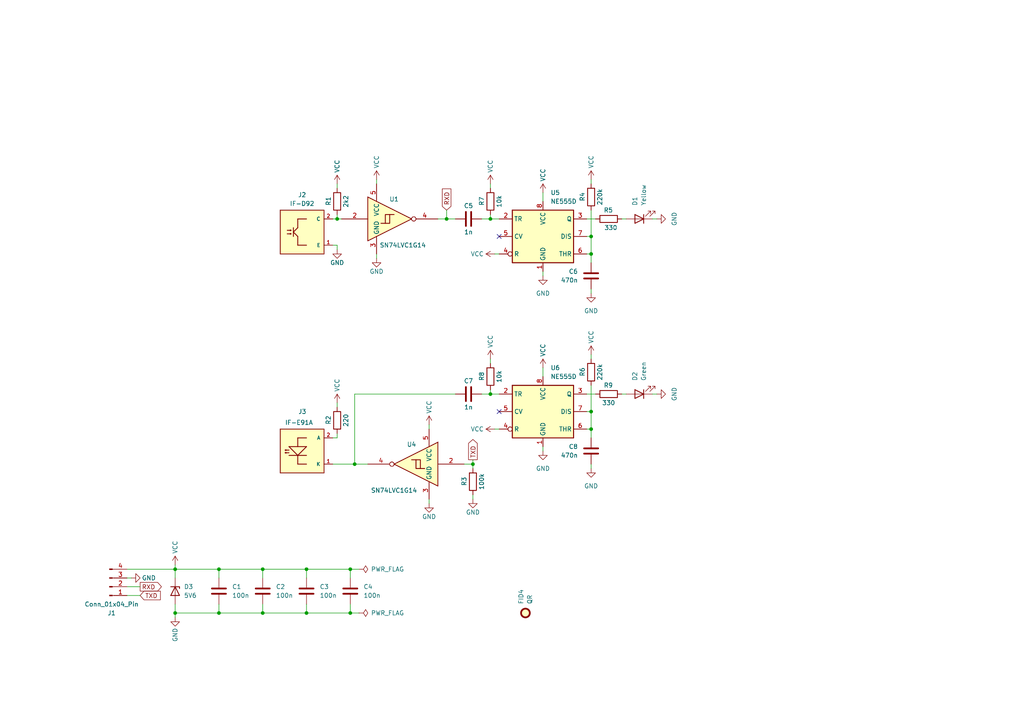
<source format=kicad_sch>
(kicad_sch (version 20230121) (generator eeschema)
  (paper "A4")
  (title_block (title "${acronym} - ${title}") (date "${date}") (rev "${revision}") (company "${company}") (comment 1 "${creator}") (comment 2 "${license}"))
  (lib_symbols
    (symbol "74xGxx:74AUC1G14"
      (property "Reference" "U" (at 0 3.81 0))
      (property "Value" "74AUC1G14" (at 0 -3.81 0))
      (symbol "74AUC1G14_0_1"
        (polyline (pts (xy -7.62 6.35) (xy -7.62 -6.35) (xy 5.08 0) (xy -7.62 6.35)) (stroke (width 0.254)) (fill (type background)))
      )
      (symbol "74AUC1G14_1_1"
        (polyline (pts (xy -3.81 -1.27) (xy -1.27 -1.27) (xy -1.27 1.27)) (stroke (width 0.254)))
        (polyline (pts (xy -2.54 -1.27) (xy -2.54 1.27) (xy 0 1.27)) (stroke (width 0.254)))
        (pin no_connect line (at -7.62 5.08 180) (length 5.08) hide (name "NC") (number "1"))
        (pin input line (at -15.24 0 0) (length 7.62) (name "~") (number "2"))
        (pin power_in line (at -5.08 -10.16 90) (length 5.08) (name "GND") (number "3"))
        (pin output inverted (at 12.7 0 180) (length 7.62) (name "~") (number "4"))
        (pin power_in line (at -5.08 10.16 270) (length 5.08) (name "VCC") (number "5"))
      )
    )
    (symbol "Connector:Conn_01x04_Pin" (pin_names (offset 1.016) hide)
      (property "Reference" "J" (at 0 5.08 0))
      (property "Value" "Conn_01x04_Pin" (at 0 -7.62 0))
      (symbol "Conn_01x04_Pin_1_1"
        (polyline (pts (xy 1.27 -5.08) (xy 0.8636 -5.08)) (stroke (width 0.1524)))
        (polyline (pts (xy 1.27 -2.54) (xy 0.8636 -2.54)) (stroke (width 0.1524)))
        (polyline (pts (xy 1.27 0) (xy 0.8636 0)) (stroke (width 0.1524)))
        (polyline (pts (xy 1.27 2.54) (xy 0.8636 2.54)) (stroke (width 0.1524)))
        (rectangle (start 0.8636 -4.953) (end 0 -5.207) (stroke (width 0.1524)) (fill (type outline)))
        (rectangle (start 0.8636 -2.413) (end 0 -2.667) (stroke (width 0.1524)) (fill (type outline)))
        (rectangle (start 0.8636 0.127) (end 0 -0.127) (stroke (width 0.1524)) (fill (type outline)))
        (rectangle (start 0.8636 2.667) (end 0 2.413) (stroke (width 0.1524)) (fill (type outline)))
        (pin passive line (at 5.08 2.54 180) (length 3.81) (name "Pin_1") (number "1"))
        (pin passive line (at 5.08 0 180) (length 3.81) (name "Pin_2") (number "2"))
        (pin passive line (at 5.08 -2.54 180) (length 3.81) (name "Pin_3") (number "3"))
        (pin passive line (at 5.08 -5.08 180) (length 3.81) (name "Pin_4") (number "4"))
      )
    )
    (symbol "Device:C" (pin_numbers hide) (pin_names (offset 0.254))
      (property "Reference" "C" (at 0.635 2.54 0))
      (property "Value" "C" (at 0.635 -2.54 0))
      (symbol "C_0_1"
        (polyline (pts (xy -2.032 -0.762) (xy 2.032 -0.762)) (stroke (width 0.508)))
        (polyline (pts (xy -2.032 0.762) (xy 2.032 0.762)) (stroke (width 0.508)))
      )
      (symbol "C_1_1"
        (pin passive line (at 0 3.81 270) (length 2.794) (name "~") (number "1"))
        (pin passive line (at 0 -3.81 90) (length 2.794) (name "~") (number "2"))
      )
    )
    (symbol "Device:D_Zener" (pin_numbers hide) (pin_names (offset 1.016) hide)
      (property "Reference" "D" (at 0 2.54 0))
      (property "Value" "D_Zener" (at 0 -2.54 0))
      (symbol "D_Zener_0_1"
        (polyline (pts (xy 1.27 0) (xy -1.27 0)))
        (polyline (pts (xy -1.27 -1.27) (xy -1.27 1.27) (xy -0.762 1.27)) (stroke (width 0.254)))
        (polyline (pts (xy 1.27 -1.27) (xy 1.27 1.27) (xy -1.27 0) (xy 1.27 -1.27)) (stroke (width 0.254)))
      )
      (symbol "D_Zener_1_1"
        (pin passive line (at -3.81 0 0) (length 2.54) (name "K") (number "1"))
        (pin passive line (at 3.81 0 180) (length 2.54) (name "A") (number "2"))
      )
    )
    (symbol "Device:LED" (pin_numbers hide) (pin_names (offset 1.016) hide)
      (property "Reference" "D" (at 0 2.54 0))
      (property "Value" "LED" (at 0 -2.54 0))
      (symbol "LED_0_1"
        (polyline (pts (xy -1.27 -1.27) (xy -1.27 1.27)) (stroke (width 0.254)))
        (polyline (pts (xy -1.27 0) (xy 1.27 0)))
        (polyline (pts (xy 1.27 -1.27) (xy 1.27 1.27) (xy -1.27 0) (xy 1.27 -1.27)) (stroke (width 0.254)))
        (polyline (pts (xy -3.048 -0.762) (xy -4.572 -2.286) (xy -3.81 -2.286) (xy -4.572 -2.286) (xy -4.572 -1.524)))
        (polyline (pts (xy -1.778 -0.762) (xy -3.302 -2.286) (xy -2.54 -2.286) (xy -3.302 -2.286) (xy -3.302 -1.524)))
      )
      (symbol "LED_1_1"
        (pin passive line (at -3.81 0 0) (length 2.54) (name "K") (number "1"))
        (pin passive line (at 3.81 0 180) (length 2.54) (name "A") (number "2"))
      )
    )
    (symbol "Device:R" (pin_numbers hide) (pin_names (offset 0))
      (property "Reference" "R" (at 2.032 0 90))
      (property "Value" "R" (at 0 0 90))
      (symbol "R_0_1"
        (rectangle (start -1.016 -2.54) (end 1.016 2.54) (stroke (width 0.254)))
      )
      (symbol "R_1_1"
        (pin passive line (at 0 3.81 270) (length 1.27) (name "~") (number "1"))
        (pin passive line (at 0 -3.81 90) (length 1.27) (name "~") (number "2"))
      )
    )
    (symbol "Fiber_Optic:IFD92" (pin_names (offset 1.016))
      (property "Reference" "J" (at 0 -0.635 0))
      (property "Value" "IFE91A" (at 0 -0.635 0))
      (symbol "IFD92_0_0"
        (rectangle (start -6.35 6.35) (end 6.35 -6.35) (stroke (width 0.254)) (fill (type background)))
        (polyline (pts (xy -1.27 -3.81) (xy 1.27 -3.81)) (stroke (width 0.254)))
        (polyline (pts (xy -1.27 -1.27) (xy -1.27 -3.81)) (stroke (width 0.254)))
        (polyline (pts (xy -1.27 1.27) (xy -1.27 3.81)) (stroke (width 0.254)))
        (polyline (pts (xy -1.27 3.81) (xy 1.27 3.81)) (stroke (width 0.254)))
      )
      (symbol "IFD92_1_0"
        (pin passive line (at 8.89 -3.81 180) (length 2.54) (name "E") (number "1"))
        (pin passive line (at 8.89 3.81 180) (length 2.54) (name "C") (number "2"))
      )
      (symbol "IFD92_1_1"
        (polyline (pts (xy -2.54 1.27) (xy -2.54 -1.27)) (stroke (width 0.254)))
        (polyline (pts (xy -1.27 -1.27) (xy -2.54 0) (xy -1.27 1.27)) (stroke (width 0.254)))
        (polyline (pts (xy -4.318 -0.508) (xy -3.175 -0.508) (xy -3.429 -0.381) (xy -3.429 -0.635) (xy -3.175 -0.508)) (stroke (width 0.254)))
        (polyline (pts (xy -4.318 0.508) (xy -3.175 0.508) (xy -3.429 0.635) (xy -3.429 0.381) (xy -3.175 0.508)) (stroke (width 0.254)))
      )
    )
    (symbol "Fiber_Optic:IFE91A" (pin_names (offset 1.016))
      (property "Reference" "J" (at 1.27 -1.27 0))
      (property "Value" "IFE91A" (at 1.27 -1.27 0))
      (symbol "IFE91A_0_0"
        (rectangle (start -6.35 6.35) (end 6.35 -6.35) (stroke (width 0.254)) (fill (type background)))
        (polyline (pts (xy -1.27 1.27) (xy 1.27 1.27)) (stroke (width 0.254)))
        (polyline (pts (xy 1.27 -3.81) (xy -1.27 -3.81)) (stroke (width 0.254)))
        (polyline (pts (xy 1.27 -1.27) (xy -1.27 -1.27)) (stroke (width 0.254)))
        (polyline (pts (xy 1.27 -1.27) (xy -1.27 1.27)) (stroke (width 0.254)))
        (polyline (pts (xy 1.27 -1.27) (xy 1.27 -3.81)) (stroke (width 0.254)))
        (polyline (pts (xy 1.27 -1.27) (xy 3.81 -1.27)) (stroke (width 0.254)))
        (polyline (pts (xy 1.27 1.27) (xy 1.27 3.81)) (stroke (width 0.254)))
        (polyline (pts (xy 1.27 1.27) (xy 3.81 1.27)) (stroke (width 0.254)))
        (polyline (pts (xy 1.27 3.81) (xy -1.27 3.81)) (stroke (width 0.254)))
        (polyline (pts (xy 3.81 1.27) (xy 1.27 -1.27)) (stroke (width 0.254)))
      )
      (symbol "IFE91A_1_0"
        (pin passive line (at -8.89 -3.81 0) (length 2.54) (name "K") (number "1"))
        (pin passive line (at -8.89 3.81 0) (length 2.54) (name "A") (number "2"))
      )
      (symbol "IFE91A_1_1"
        (polyline (pts (xy 3.81 -0.508) (xy 4.953 -0.508) (xy 4.699 -0.381) (xy 4.699 -0.635) (xy 4.953 -0.508)) (stroke (width 0.254)))
        (polyline (pts (xy 3.81 0.254) (xy 4.953 0.254) (xy 4.699 0.381) (xy 4.699 0.127) (xy 4.953 0.254)) (stroke (width 0.254)))
      )
    )
    (symbol "Mechanical:Fiducial"
      (property "Reference" "FID" (at 0 5.08 0))
      (property "Value" "Fiducial" (at 0 3.175 0))
      (symbol "Fiducial_0_1"
        (circle (center 0 0) (radius 1.27) (stroke (width 0.508)) (fill (type background)))
      )
    )
    (symbol "Timer:NE555D"
      (property "Reference" "U" (at -10.16 8.89 0))
      (property "Value" "NE555D" (at 2.54 8.89 0))
      (symbol "NE555D_0_0"
        (pin power_in line (at 0 -10.16 90) (length 2.54) (name "GND") (number "1"))
        (pin power_in line (at 0 10.16 270) (length 2.54) (name "VCC") (number "8"))
      )
      (symbol "NE555D_0_1"
        (rectangle (start -8.89 -7.62) (end 8.89 7.62) (stroke (width 0.254)) (fill (type background)))
        (rectangle (start -8.89 -7.62) (end 8.89 7.62) (stroke (width 0.254)) (fill (type background)))
      )
      (symbol "NE555D_1_1"
        (pin input line (at -12.7 5.08 0) (length 3.81) (name "TR") (number "2"))
        (pin output line (at 12.7 5.08 180) (length 3.81) (name "Q") (number "3"))
        (pin input inverted (at -12.7 -5.08 0) (length 3.81) (name "R") (number "4"))
        (pin input line (at -12.7 0 0) (length 3.81) (name "CV") (number "5"))
        (pin input line (at 12.7 -5.08 180) (length 3.81) (name "THR") (number "6"))
        (pin input line (at 12.7 0 180) (length 3.81) (name "DIS") (number "7"))
      )
    )
    (symbol "power:GND" (power) (pin_names (offset 0))
      (property "Value" "GND" (at 0 -3.81 0))
      (symbol "GND_0_1"
        (polyline (pts (xy 0 0) (xy 0 -1.27) (xy 1.27 -1.27) (xy 0 -2.54) (xy -1.27 -1.27) (xy 0 -1.27)))
      )
      (symbol "GND_1_1"
        (pin power_in line (at 0 0 270) (length 0) hide (name "GND") (number "1"))
      )
    )
    (symbol "power:PWR_FLAG" (power) (pin_numbers hide) (pin_names (offset 0) hide)
      (property "Value" "PWR_FLAG" (at 0 3.81 0))
      (symbol "PWR_FLAG_0_0"
        (pin power_out line (at 0 0 90) (length 0) (name "pwr") (number "1"))
      )
      (symbol "PWR_FLAG_0_1"
        (polyline (pts (xy 0 0) (xy 0 1.27) (xy -1.016 1.905) (xy 0 2.54) (xy 1.016 1.905) (xy 0 1.27)))
      )
    )
    (symbol "power:VCC" (power) (pin_names (offset 0))
      (property "Value" "VCC" (at 0 3.81 0))
      (symbol "VCC_0_1"
        (polyline (pts (xy -0.762 1.27) (xy 0 2.54)))
        (polyline (pts (xy 0 0) (xy 0 2.54)))
        (polyline (pts (xy 0 2.54) (xy 0.762 1.27)))
      )
      (symbol "VCC_1_1"
        (pin power_in line (at 0 0 90) (length 0) hide (name "VCC") (number "1"))
      )
    )
  )
  (junction (at 171.45 124.46))
  (junction (at 142.24 114.3))
  (junction (at 88.9 177.8))
  (junction (at 101.6 177.8))
  (junction (at 101.6 165.1))
  (junction (at 63.5 165.1))
  (junction (at 63.5 177.8))
  (junction (at 171.45 73.66))
  (junction (at 97.79 63.5))
  (junction (at 76.2 177.8))
  (junction (at 171.45 68.58))
  (junction (at 102.87 134.62))
  (junction (at 50.8 177.8))
  (junction (at 88.9 165.1))
  (junction (at 137.16 134.62))
  (junction (at 76.2 165.1))
  (junction (at 50.8 165.1))
  (junction (at 129.54 63.5))
  (junction (at 142.24 63.5))
  (junction (at 171.45 119.38))
  (no_connect (at 144.78 119.38))
  (no_connect (at 144.78 68.58))
  (wire (pts (xy 50.8 165.1) (xy 63.5 165.1)))
  (wire (pts (xy 157.48 80.01) (xy 157.48 78.74)))
  (wire (pts (xy 142.24 113.03) (xy 142.24 114.3)))
  (wire (pts (xy 129.54 63.5) (xy 127 63.5)))
  (wire (pts (xy 63.5 175.26) (xy 63.5 177.8)))
  (wire (pts (xy 50.8 175.26) (xy 50.8 177.8)))
  (wire (pts (xy 97.79 125.73) (xy 97.79 127)))
  (wire (pts (xy 171.45 119.38) (xy 171.45 124.46)))
  (wire (pts (xy 97.79 62.23) (xy 97.79 63.5)))
  (wire (pts (xy 171.45 68.58) (xy 171.45 73.66)))
  (wire (pts (xy 88.9 165.1) (xy 88.9 167.64)))
  (wire (pts (xy 63.5 177.8) (xy 76.2 177.8)))
  (wire (pts (xy 36.83 165.1) (xy 50.8 165.1)))
  (wire (pts (xy 50.8 163.83) (xy 50.8 165.1)))
  (wire (pts (xy 157.48 55.88) (xy 157.48 58.42)))
  (wire (pts (xy 171.45 124.46) (xy 171.45 127)))
  (wire (pts (xy 76.2 175.26) (xy 76.2 177.8)))
  (wire (pts (xy 142.24 105.41) (xy 142.24 104.14)))
  (wire (pts (xy 143.51 73.66) (xy 144.78 73.66)))
  (wire (pts (xy 137.16 134.62) (xy 137.16 135.89)))
  (wire (pts (xy 76.2 177.8) (xy 88.9 177.8)))
  (wire (pts (xy 180.34 63.5) (xy 181.61 63.5)))
  (wire (pts (xy 190.5 63.5) (xy 189.23 63.5)))
  (wire (pts (xy 124.46 146.05) (xy 124.46 144.78)))
  (wire (pts (xy 171.45 60.96) (xy 171.45 68.58)))
  (wire (pts (xy 97.79 116.84) (xy 97.79 118.11)))
  (wire (pts (xy 142.24 62.23) (xy 142.24 63.5)))
  (wire (pts (xy 180.34 114.3) (xy 181.61 114.3)))
  (wire (pts (xy 157.48 130.81) (xy 157.48 129.54)))
  (wire (pts (xy 102.87 114.3) (xy 132.08 114.3)))
  (wire (pts (xy 50.8 165.1) (xy 50.8 167.64)))
  (wire (pts (xy 76.2 165.1) (xy 76.2 167.64)))
  (wire (pts (xy 124.46 123.19) (xy 124.46 124.46)))
  (wire (pts (xy 171.45 73.66) (xy 171.45 76.2)))
  (wire (pts (xy 190.5 114.3) (xy 189.23 114.3)))
  (wire (pts (xy 102.87 134.62) (xy 106.68 134.62)))
  (wire (pts (xy 172.72 63.5) (xy 170.18 63.5)))
  (wire (pts (xy 96.52 134.62) (xy 102.87 134.62)))
  (wire (pts (xy 102.87 114.3) (xy 102.87 134.62)))
  (wire (pts (xy 171.45 102.87) (xy 171.45 104.14)))
  (wire (pts (xy 142.24 63.5) (xy 144.78 63.5)))
  (wire (pts (xy 40.64 172.72) (xy 36.83 172.72)))
  (wire (pts (xy 88.9 177.8) (xy 101.6 177.8)))
  (wire (pts (xy 143.51 124.46) (xy 144.78 124.46)))
  (wire (pts (xy 101.6 175.26) (xy 101.6 177.8)))
  (wire (pts (xy 171.45 111.76) (xy 171.45 119.38)))
  (wire (pts (xy 97.79 127) (xy 96.52 127)))
  (wire (pts (xy 63.5 165.1) (xy 76.2 165.1)))
  (wire (pts (xy 96.52 63.5) (xy 97.79 63.5)))
  (wire (pts (xy 172.72 114.3) (xy 170.18 114.3)))
  (wire (pts (xy 76.2 165.1) (xy 88.9 165.1)))
  (wire (pts (xy 171.45 85.09) (xy 171.45 83.82)))
  (wire (pts (xy 139.7 63.5) (xy 142.24 63.5)))
  (wire (pts (xy 109.22 74.93) (xy 109.22 73.66)))
  (wire (pts (xy 109.22 52.07) (xy 109.22 53.34)))
  (wire (pts (xy 88.9 175.26) (xy 88.9 177.8)))
  (wire (pts (xy 40.64 170.18) (xy 36.83 170.18)))
  (wire (pts (xy 88.9 165.1) (xy 101.6 165.1)))
  (wire (pts (xy 101.6 177.8) (xy 104.14 177.8)))
  (wire (pts (xy 50.8 177.8) (xy 50.8 179.07)))
  (wire (pts (xy 170.18 124.46) (xy 171.45 124.46)))
  (wire (pts (xy 63.5 165.1) (xy 63.5 167.64)))
  (wire (pts (xy 129.54 60.96) (xy 129.54 63.5)))
  (wire (pts (xy 139.7 114.3) (xy 142.24 114.3)))
  (wire (pts (xy 142.24 53.34) (xy 142.24 54.61)))
  (wire (pts (xy 97.79 71.12) (xy 96.52 71.12)))
  (wire (pts (xy 132.08 63.5) (xy 129.54 63.5)))
  (wire (pts (xy 171.45 135.89) (xy 171.45 134.62)))
  (wire (pts (xy 170.18 73.66) (xy 171.45 73.66)))
  (wire (pts (xy 170.18 68.58) (xy 171.45 68.58)))
  (wire (pts (xy 97.79 63.5) (xy 99.06 63.5)))
  (wire (pts (xy 170.18 119.38) (xy 171.45 119.38)))
  (wire (pts (xy 137.16 133.35) (xy 137.16 134.62)))
  (wire (pts (xy 142.24 114.3) (xy 144.78 114.3)))
  (wire (pts (xy 97.79 54.61) (xy 97.79 53.34)))
  (wire (pts (xy 157.48 106.68) (xy 157.48 109.22)))
  (wire (pts (xy 137.16 144.78) (xy 137.16 143.51)))
  (wire (pts (xy 134.62 134.62) (xy 137.16 134.62)))
  (wire (pts (xy 101.6 165.1) (xy 104.14 165.1)))
  (wire (pts (xy 38.1 167.64) (xy 36.83 167.64)))
  (wire (pts (xy 50.8 177.8) (xy 63.5 177.8)))
  (wire (pts (xy 97.79 72.39) (xy 97.79 71.12)))
  (wire (pts (xy 171.45 52.07) (xy 171.45 53.34)))
  (wire (pts (xy 101.6 165.1) (xy 101.6 167.64)))
  (global_label "TXD" (shape input) (at 40.64 172.72 0) (property "Intersheetrefs" "${INTERSHEET_REFS}" (effects hide)))
  (global_label "RXD" (shape input) (at 129.54 60.96 90) (property "Intersheetrefs" "${INTERSHEET_REFS}" (effects hide)))
  (global_label "RXD" (shape output) (at 40.64 170.18 0) (property "Intersheetrefs" "${INTERSHEET_REFS}" (effects hide)))
  (global_label "TXD" (shape output) (at 137.16 133.35 90) (property "Intersheetrefs" "${INTERSHEET_REFS}" (effects hide)))
  (symbol (lib_id "power:PWR_FLAG") (at 104.14 177.8 270) (unit 1)
    (property "Reference" "#FLG02" (effects hide))
    (property "Value" "PWR_FLAG" (at 112.395 177.8 90))
  )
  (symbol (lib_id "Device:D_Zener") (at 50.8 171.45 270) (unit 1)
    (property "Reference" "D3" (at 53.34 170.18 90) (effects (justify left)))
    (property "Value" "5V6" (at 53.34 172.72 90) (effects (justify left)))
    (property "Footprint" "Diode_SMD:D_MiniMELF" (effects hide))
    (property "Vendor" "HTL" (effects hide))
    (property "VendorId" "100194" (effects hide))
  )
  (symbol (lib_id "power:VCC") (at 142.24 53.34 0) (mirror y) (unit 1)
    (property "Reference" "#PWR015" (effects hide))
    (property "Value" "VCC" (at 142.24 50.165 90) (effects (justify left)))
  )
  (symbol (lib_id "Device:C") (at 135.89 114.3 90) (unit 1)
    (property "Reference" "C7" (at 135.89 110.49 90))
    (property "Value" "1n" (at 135.89 118.11 90))
    (property "Footprint" "Capacitor_SMD:C_1206_3216Metric" (effects hide))
    (property "Vendor" "HTL" (effects hide))
    (property "VendorId" "102542" (effects hide))
  )
  (symbol (lib_id "Timer:NE555D") (at 157.48 119.38 0) (unit 1)
    (property "Reference" "U6" (at 159.6741 106.68 0) (effects (justify left)))
    (property "Value" "NE555D" (at 159.6741 109.22 0) (effects (justify left)))
    (property "Footprint" "Package_SO:SOIC-8_3.9x4.9mm_P1.27mm" (effects hide))
    (property "Datasheet" "http://www.ti.com/lit/ds/symlink/ne555.pdf" (effects hide))
    (property "Vendor" "HTL" (effects hide))
    (property "VendorId" "100328" (effects hide))
  )
  (symbol (lib_id "Device:C") (at 101.6 171.45 0) (unit 1)
    (property "Reference" "C4" (at 105.41 170.18 0) (effects (justify left)))
    (property "Value" "100n" (at 105.41 172.72 0) (effects (justify left)))
    (property "Footprint" "Capacitor_SMD:C_1206_3216Metric" (effects hide))
    (property "Vendor" "HTL" (effects hide))
    (property "VendorId" "100128" (effects hide))
  )
  (symbol (lib_id "power:GND") (at 171.45 85.09 0) (mirror y) (unit 1)
    (property "Reference" "#PWR017" (effects hide))
    (property "Value" "GND" (at 171.45 90.17 0))
  )
  (symbol (lib_id "power:GND") (at 137.16 144.78 0) (unit 1)
    (property "Reference" "#PWR010" (effects hide))
    (property "Value" "GND" (at 137.16 148.59 0))
  )
  (symbol (lib_id "74xGxx:74AUC1G14") (at 114.3 63.5 0) (unit 1)
    (property "Reference" "U1" (at 114.3 57.785 0))
    (property "Value" "SN74LVC1G14" (at 116.84 71.12 0))
    (property "Footprint" "Package_TO_SOT_SMD:SOT-353_SC-70-5" (effects hide))
    (property "Datasheet" "https://www.ti.com/lit/sg/scyt129e/scyt129e.pdf" (effects hide))
    (property "Vendor" "DigiKey" (effects hide))
    (property "VendorId" "296-11608-1-ND" (effects hide))
  )
  (symbol (lib_id "Device:LED") (at 185.42 114.3 180) (unit 1)
    (property "Reference" "D2" (at 184.15 110.49 90) (effects (justify right)))
    (property "Value" "Green" (at 186.69 110.49 90) (effects (justify right)))
    (property "Footprint" "LED_THT:LED_D3.0mm" (effects hide))
    (property "Vendor" "HTL" (effects hide))
    (property "VendorId" "100438, 100440" (effects hide))
  )
  (symbol (lib_id "74xGxx:74AUC1G14") (at 119.38 134.62 0) (mirror y) (unit 1)
    (property "Reference" "U4" (at 119.38 128.905 0))
    (property "Value" "SN74LVC1G14" (at 114.3 142.24 0))
    (property "Footprint" "Package_TO_SOT_SMD:SOT-353_SC-70-5" (effects hide))
    (property "Datasheet" "https://www.ti.com/lit/sg/scyt129e/scyt129e.pdf" (effects hide))
    (property "Vendor" "DigiKey" (effects hide))
    (property "VendorId" "296-11608-1-ND" (effects hide))
  )
  (symbol (lib_id "power:GND") (at 97.79 72.39 0) (mirror y) (unit 1)
    (property "Reference" "#PWR06" (effects hide))
    (property "Value" "GND" (at 97.79 76.2 0))
  )
  (symbol (lib_id "Mechanical:Fiducial") (at 152.4 177.8 90) (unit 1)
    (property "Reference" "FID4" (at 151.13 175.26 0) (effects (justify left)))
    (property "Value" "QR" (at 153.67 175.26 0) (effects (justify left)))
    (property "Footprint" "Images:QR_0x007e_very_small" (effects hide))
  )
  (symbol (lib_id "power:GND") (at 190.5 114.3 90) (mirror x) (unit 1)
    (property "Reference" "#PWR022" (effects hide))
    (property "Value" "GND" (at 195.58 114.3 0))
  )
  (symbol (lib_id "Device:R") (at 171.45 107.95 0) (mirror y) (unit 1)
    (property "Reference" "R6" (at 168.91 109.22 90) (effects (justify left)))
    (property "Value" "220k" (at 173.99 107.95 90))
    (property "Footprint" "Resistor_SMD:R_1206_3216Metric" (effects hide))
    (property "Vendor" "HTL" (effects hide))
    (property "VendorId" "102991" (effects hide))
  )
  (symbol (lib_id "Device:R") (at 176.53 63.5 90) (unit 1)
    (property "Reference" "R5" (at 177.8 60.96 90) (effects (justify left)))
    (property "Value" "330" (at 177.165 66.04 90))
    (property "Footprint" "Resistor_SMD:R_1206_3216Metric" (effects hide))
    (property "Vendor" "HTL" (effects hide))
    (property "VendorId" "102940" (effects hide))
  )
  (symbol (lib_id "Device:R") (at 176.53 114.3 90) (unit 1)
    (property "Reference" "R9" (at 177.8 111.76 90) (effects (justify left)))
    (property "Value" "330" (at 176.53 116.84 90))
    (property "Footprint" "Resistor_SMD:R_1206_3216Metric" (effects hide))
    (property "Vendor" "HTL" (effects hide))
    (property "VendorId" "102940" (effects hide))
  )
  (symbol (lib_id "power:VCC") (at 97.79 116.84 0) (unit 1)
    (property "Reference" "#PWR08" (effects hide))
    (property "Value" "VCC" (at 97.79 113.665 90) (effects (justify left)))
  )
  (symbol (lib_id "power:VCC") (at 143.51 73.66 90) (mirror x) (unit 1)
    (property "Reference" "#PWR016" (effects hide))
    (property "Value" "VCC" (at 140.335 73.66 90) (effects (justify left)))
  )
  (symbol (lib_id "Device:C") (at 135.89 63.5 90) (unit 1)
    (property "Reference" "C5" (at 135.89 59.69 90))
    (property "Value" "1n" (at 135.89 67.31 90))
    (property "Footprint" "Capacitor_SMD:C_1206_3216Metric" (effects hide))
    (property "Vendor" "HTL" (effects hide))
    (property "VendorId" "102542" (effects hide))
  )
  (symbol (lib_id "Device:R") (at 97.79 121.92 0) (mirror y) (unit 1)
    (property "Reference" "R2" (at 95.25 123.19 90) (effects (justify left)))
    (property "Value" "220" (at 100.33 121.92 90))
    (property "Footprint" "Resistor_SMD:R_1206_3216Metric" (effects hide))
    (property "Vendor" "HTL" (effects hide))
    (property "VendorId" "102937" (effects hide))
  )
  (symbol (lib_id "power:VCC") (at 143.51 124.46 90) (mirror x) (unit 1)
    (property "Reference" "#PWR023" (effects hide))
    (property "Value" "VCC" (at 140.335 124.46 90) (effects (justify left)))
  )
  (symbol (lib_id "power:VCC") (at 142.24 104.14 0) (mirror y) (unit 1)
    (property "Reference" "#PWR020" (effects hide))
    (property "Value" "VCC" (at 142.24 100.965 90) (effects (justify left)))
  )
  (symbol (lib_id "power:VCC") (at 157.48 106.68 0) (mirror y) (unit 1)
    (property "Reference" "#PWR021" (effects hide))
    (property "Value" "VCC" (at 157.48 103.505 90) (effects (justify left)))
  )
  (symbol (lib_id "power:VCC") (at 124.46 123.19 0) (unit 1)
    (property "Reference" "#PWR09" (effects hide))
    (property "Value" "VCC" (at 124.46 120.015 90) (effects (justify left)))
  )
  (symbol (lib_id "power:GND") (at 157.48 130.81 0) (mirror y) (unit 1)
    (property "Reference" "#PWR024" (effects hide))
    (property "Value" "GND" (at 157.48 135.89 0))
  )
  (symbol (lib_id "power:VCC") (at 50.8 163.83 0) (mirror y) (unit 1)
    (property "Reference" "#PWR01" (effects hide))
    (property "Value" "VCC" (at 50.8 160.655 90) (effects (justify left)))
  )
  (symbol (lib_id "Device:C") (at 76.2 171.45 0) (unit 1)
    (property "Reference" "C2" (at 80.01 170.18 0) (effects (justify left)))
    (property "Value" "100n" (at 80.01 172.72 0) (effects (justify left)))
    (property "Footprint" "Capacitor_SMD:C_1206_3216Metric" (effects hide))
    (property "Vendor" "HTL" (effects hide))
    (property "VendorId" "100128" (effects hide))
  )
  (symbol (lib_id "power:VCC") (at 157.48 55.88 0) (mirror y) (unit 1)
    (property "Reference" "#PWR013" (effects hide))
    (property "Value" "VCC" (at 157.48 52.705 90) (effects (justify left)))
  )
  (symbol (lib_id "Device:R") (at 142.24 109.22 0) (mirror y) (unit 1)
    (property "Reference" "R8" (at 139.7 110.49 90) (effects (justify left)))
    (property "Value" "10k" (at 144.78 109.22 90))
    (property "Footprint" "Resistor_SMD:R_1206_3216Metric" (effects hide))
    (property "Vendor" "HTL" (effects hide))
    (property "VendorId" "102967" (effects hide))
  )
  (symbol (lib_id "power:VCC") (at 171.45 52.07 0) (mirror y) (unit 1)
    (property "Reference" "#PWR018" (effects hide))
    (property "Value" "VCC" (at 171.45 48.895 90) (effects (justify left)))
  )
  (symbol (lib_id "power:VCC") (at 171.45 102.87 0) (mirror y) (unit 1)
    (property "Reference" "#PWR019" (effects hide))
    (property "Value" "VCC" (at 171.45 99.695 90) (effects (justify left)))
  )
  (symbol (lib_id "Device:R") (at 142.24 58.42 0) (mirror y) (unit 1)
    (property "Reference" "R7" (at 139.7 59.69 90) (effects (justify left)))
    (property "Value" "10k" (at 144.78 58.42 90))
    (property "Footprint" "Resistor_SMD:R_1206_3216Metric" (effects hide))
    (property "Vendor" "HTL" (effects hide))
    (property "VendorId" "102967" (effects hide))
  )
  (symbol (lib_id "Device:C") (at 63.5 171.45 0) (unit 1)
    (property "Reference" "C1" (at 67.31 170.18 0) (effects (justify left)))
    (property "Value" "100n" (at 67.31 172.72 0) (effects (justify left)))
    (property "Footprint" "Capacitor_SMD:C_1206_3216Metric" (effects hide))
    (property "Vendor" "HTL" (effects hide))
    (property "VendorId" "100128" (effects hide))
  )
  (symbol (lib_id "Fiber_Optic:IFD92") (at 87.63 67.31 0) (unit 1)
    (property "Reference" "J2" (at 87.63 56.515 0))
    (property "Value" "IF-D92" (at 87.63 59.055 0))
    (property "Footprint" "Fiber_Optic:IF-D92" (effects hide))
    (property "Vendor" "DigiKey" (effects hide))
    (property "VendorId" "FB104-ND" (effects hide))
  )
  (symbol (lib_id "power:GND") (at 124.46 146.05 0) (unit 1)
    (property "Reference" "#PWR011" (effects hide))
    (property "Value" "GND" (at 124.46 149.86 0))
  )
  (symbol (lib_id "power:GND") (at 157.48 80.01 0) (mirror y) (unit 1)
    (property "Reference" "#PWR012" (effects hide))
    (property "Value" "GND" (at 157.48 85.09 0))
  )
  (symbol (lib_id "power:GND") (at 50.8 179.07 0) (mirror y) (unit 1)
    (property "Reference" "#PWR03" (effects hide))
    (property "Value" "GND" (at 50.8 184.15 90))
  )
  (symbol (lib_id "Connector:Conn_01x04_Pin") (at 31.75 170.18 0) (mirror x) (unit 1)
    (property "Reference" "J1" (at 32.385 177.8 0))
    (property "Value" "Conn_01x04_Pin" (at 32.385 175.26 0))
    (property "Footprint" "Connector_PinHeader_2.54mm:PinHeader_1x04_P2.54mm_Horizontal" (effects hide))
    (property "Vendor" "HTL" (effects hide))
    (property "VendorId" "101523" (effects hide))
  )
  (symbol (lib_id "Device:C") (at 171.45 130.81 0) (mirror y) (unit 1)
    (property "Reference" "C8" (at 167.64 129.54 0) (effects (justify left)))
    (property "Value" "470n" (at 167.64 132.08 0) (effects (justify left)))
    (property "Footprint" "Capacitor_SMD:C_1206_3216Metric" (effects hide))
    (property "Vendor" "HTL" (effects hide))
    (property "VendorId" "100128" (effects hide))
  )
  (symbol (lib_id "Device:R") (at 171.45 57.15 0) (mirror y) (unit 1)
    (property "Reference" "R4" (at 168.91 58.42 90) (effects (justify left)))
    (property "Value" "220k" (at 173.99 57.15 90))
    (property "Footprint" "Resistor_SMD:R_1206_3216Metric" (effects hide))
    (property "Vendor" "HTL" (effects hide))
    (property "VendorId" "102991" (effects hide))
  )
  (symbol (lib_id "Timer:NE555D") (at 157.48 68.58 0) (unit 1)
    (property "Reference" "U5" (at 159.6741 55.88 0) (effects (justify left)))
    (property "Value" "NE555D" (at 159.6741 58.42 0) (effects (justify left)))
    (property "Footprint" "Package_SO:SOIC-8_3.9x4.9mm_P1.27mm" (effects hide))
    (property "Datasheet" "http://www.ti.com/lit/ds/symlink/ne555.pdf" (effects hide))
    (property "Vendor" "HTL" (effects hide))
    (property "VendorId" "100328" (effects hide))
  )
  (symbol (lib_id "power:GND") (at 38.1 167.64 90) (mirror x) (unit 1)
    (property "Reference" "#PWR02" (effects hide))
    (property "Value" "GND" (at 43.18 167.64 90))
  )
  (symbol (lib_id "power:VCC") (at 97.79 53.34 0) (mirror y) (unit 1)
    (property "Reference" "#PWR05" (effects hide))
    (property "Value" "VCC" (at 97.79 50.165 90) (effects (justify left)))
  )
  (symbol (lib_id "power:GND") (at 109.22 74.93 0) (mirror y) (unit 1)
    (property "Reference" "#PWR07" (effects hide))
    (property "Value" "GND" (at 109.22 78.74 0))
  )
  (symbol (lib_id "Device:R") (at 97.79 58.42 0) (mirror y) (unit 1)
    (property "Reference" "R1" (at 95.25 59.69 90) (effects (justify left)))
    (property "Value" "2k2" (at 100.33 58.42 90))
    (property "Footprint" "Resistor_SMD:R_1206_3216Metric" (effects hide))
    (property "Vendor" "HTL" (effects hide))
    (property "VendorId" "102956" (effects hide))
  )
  (symbol (lib_id "Device:LED") (at 185.42 63.5 180) (unit 1)
    (property "Reference" "D1" (at 184.15 59.69 90) (effects (justify right)))
    (property "Value" "Yellow" (at 186.69 59.69 90) (effects (justify right)))
    (property "Footprint" "LED_THT:LED_D3.0mm" (effects hide))
    (property "Vendor" "HTL" (effects hide))
    (property "VendorId" "100438, 100440" (effects hide))
  )
  (symbol (lib_id "Device:C") (at 171.45 80.01 0) (mirror y) (unit 1)
    (property "Reference" "C6" (at 167.64 78.74 0) (effects (justify left)))
    (property "Value" "470n" (at 167.64 81.28 0) (effects (justify left)))
    (property "Footprint" "Capacitor_SMD:C_1206_3216Metric" (effects hide))
    (property "Vendor" "HTL" (effects hide))
    (property "VendorId" "100128" (effects hide))
  )
  (symbol (lib_id "power:PWR_FLAG") (at 104.14 165.1 270) (unit 1)
    (property "Reference" "#FLG01" (effects hide))
    (property "Value" "PWR_FLAG" (at 112.395 165.1 90))
  )
  (symbol (lib_id "power:GND") (at 190.5 63.5 90) (mirror x) (unit 1)
    (property "Reference" "#PWR014" (effects hide))
    (property "Value" "GND" (at 195.58 63.5 0))
  )
  (symbol (lib_id "Device:R") (at 137.16 139.7 0) (mirror y) (unit 1)
    (property "Reference" "R3" (at 134.62 140.97 90) (effects (justify left)))
    (property "Value" "100k" (at 139.7 139.7 90))
    (property "Footprint" "Resistor_SMD:R_1206_3216Metric" (effects hide))
    (property "Vendor" "HTL" (effects hide))
    (property "VendorId" "102987" (effects hide))
  )
  (symbol (lib_id "Device:C") (at 88.9 171.45 0) (unit 1)
    (property "Reference" "C3" (at 92.71 170.18 0) (effects (justify left)))
    (property "Value" "100n" (at 92.71 172.72 0) (effects (justify left)))
    (property "Footprint" "Capacitor_SMD:C_1206_3216Metric" (effects hide))
    (property "Vendor" "HTL" (effects hide))
    (property "VendorId" "100128" (effects hide))
  )
  (symbol (lib_id "Fiber_Optic:IFE91A") (at 87.63 130.81 0) (mirror y) (unit 1)
    (property "Reference" "J3" (at 88.9 119.38 0) (effects (justify left)))
    (property "Value" "IF-E91A" (at 90.805 122.555 0) (effects (justify left)))
    (property "Footprint" "Fiber_Optic:IF-E91A" (effects hide))
    (property "Vendor" "DigiKey" (effects hide))
    (property "VendorId" "FB104-ND" (effects hide))
  )
  (symbol (lib_id "power:VCC") (at 109.22 52.07 0) (mirror y) (unit 1)
    (property "Reference" "#PWR04" (effects hide))
    (property "Value" "VCC" (at 109.22 48.895 90) (effects (justify left)))
  )
  (symbol (lib_id "power:GND") (at 171.45 135.89 0) (mirror y) (unit 1)
    (property "Reference" "#PWR025" (effects hide))
    (property "Value" "GND" (at 171.45 140.97 0))
  )
)
</source>
